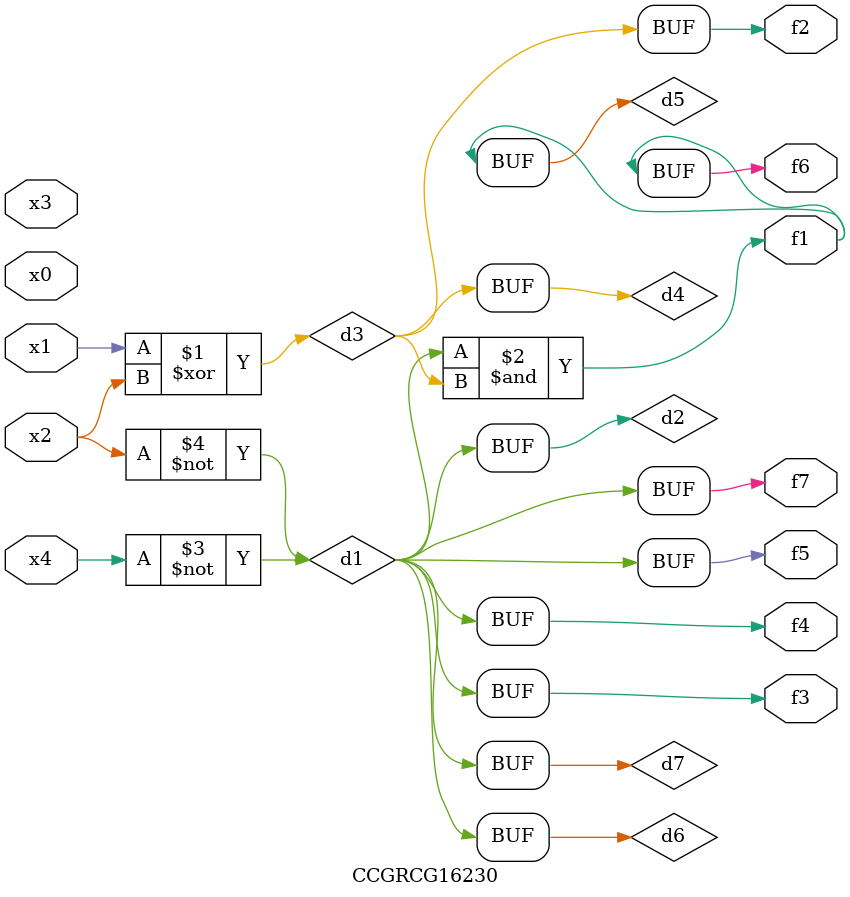
<source format=v>
module CCGRCG16230(
	input x0, x1, x2, x3, x4,
	output f1, f2, f3, f4, f5, f6, f7
);

	wire d1, d2, d3, d4, d5, d6, d7;

	not (d1, x4);
	not (d2, x2);
	xor (d3, x1, x2);
	buf (d4, d3);
	and (d5, d1, d3);
	buf (d6, d1, d2);
	buf (d7, d2);
	assign f1 = d5;
	assign f2 = d4;
	assign f3 = d7;
	assign f4 = d7;
	assign f5 = d7;
	assign f6 = d5;
	assign f7 = d7;
endmodule

</source>
